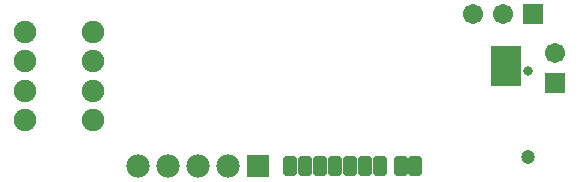
<source format=gbs>
G04 Layer_Color=16711935*
%FSLAX25Y25*%
%MOIN*%
G70*
G01*
G75*
%ADD57C,0.07800*%
%ADD58R,0.07800X0.07800*%
%ADD59C,0.07493*%
G04:AMPARAMS|DCode=60|XSize=48mil|YSize=68mil|CornerRadius=14mil|HoleSize=0mil|Usage=FLASHONLY|Rotation=180.000|XOffset=0mil|YOffset=0mil|HoleType=Round|Shape=RoundedRectangle|*
%AMROUNDEDRECTD60*
21,1,0.04800,0.04000,0,0,180.0*
21,1,0.02000,0.06800,0,0,180.0*
1,1,0.02800,-0.01000,0.02000*
1,1,0.02800,0.01000,0.02000*
1,1,0.02800,0.01000,-0.02000*
1,1,0.02800,-0.01000,-0.02000*
%
%ADD60ROUNDEDRECTD60*%
%ADD61R,0.06706X0.06706*%
%ADD62C,0.06706*%
%ADD63R,0.06706X0.06706*%
%ADD64C,0.03162*%
%ADD65C,0.04737*%
G36*
X297700Y259100D02*
X297600Y259000D01*
X287800D01*
Y272400D01*
X297700D01*
Y259100D01*
D02*
G37*
D57*
X170000Y232500D02*
D03*
X190000D02*
D03*
X200000D02*
D03*
X180000D02*
D03*
D58*
X210000D02*
D03*
D59*
X155000Y247736D02*
D03*
Y257579D02*
D03*
Y267421D02*
D03*
Y277264D02*
D03*
X132500D02*
D03*
Y267421D02*
D03*
Y257579D02*
D03*
Y247736D02*
D03*
D60*
X262500Y232500D02*
D03*
X257900Y232400D02*
D03*
X220900D02*
D03*
X225900D02*
D03*
X230900D02*
D03*
X235900D02*
D03*
X240900D02*
D03*
X245900D02*
D03*
X250900D02*
D03*
D61*
X309300Y260200D02*
D03*
D62*
Y270200D02*
D03*
X291700Y283000D02*
D03*
X281700D02*
D03*
D63*
X301700D02*
D03*
D64*
X300200Y264000D02*
D03*
X292700Y261000D02*
D03*
Y264000D02*
D03*
Y267000D02*
D03*
Y270000D02*
D03*
D65*
X300200Y235500D02*
D03*
M02*

</source>
